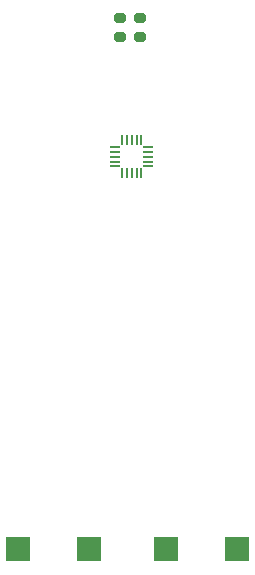
<source format=gbr>
%TF.GenerationSoftware,KiCad,Pcbnew,9.0.0*%
%TF.CreationDate,2025-04-04T14:44:08+08:00*%
%TF.ProjectId,modwheel,6d6f6477-6865-4656-9c2e-6b696361645f,rev?*%
%TF.SameCoordinates,Original*%
%TF.FileFunction,Paste,Top*%
%TF.FilePolarity,Positive*%
%FSLAX46Y46*%
G04 Gerber Fmt 4.6, Leading zero omitted, Abs format (unit mm)*
G04 Created by KiCad (PCBNEW 9.0.0) date 2025-04-04 14:44:08*
%MOMM*%
%LPD*%
G01*
G04 APERTURE LIST*
G04 Aperture macros list*
%AMRoundRect*
0 Rectangle with rounded corners*
0 $1 Rounding radius*
0 $2 $3 $4 $5 $6 $7 $8 $9 X,Y pos of 4 corners*
0 Add a 4 corners polygon primitive as box body*
4,1,4,$2,$3,$4,$5,$6,$7,$8,$9,$2,$3,0*
0 Add four circle primitives for the rounded corners*
1,1,$1+$1,$2,$3*
1,1,$1+$1,$4,$5*
1,1,$1+$1,$6,$7*
1,1,$1+$1,$8,$9*
0 Add four rect primitives between the rounded corners*
20,1,$1+$1,$2,$3,$4,$5,0*
20,1,$1+$1,$4,$5,$6,$7,0*
20,1,$1+$1,$6,$7,$8,$9,0*
20,1,$1+$1,$8,$9,$2,$3,0*%
%AMFreePoly0*
4,1,14,0.354215,0.088284,0.450784,-0.008285,0.462500,-0.036569,0.462500,-0.060000,0.450784,-0.088284,0.422500,-0.100000,-0.422500,-0.100000,-0.450784,-0.088284,-0.462500,-0.060000,-0.462500,0.060000,-0.450784,0.088284,-0.422500,0.100000,0.325931,0.100000,0.354215,0.088284,0.354215,0.088284,$1*%
%AMFreePoly1*
4,1,14,0.450784,0.088284,0.462500,0.060000,0.462500,0.036569,0.450784,0.008285,0.354215,-0.088284,0.325931,-0.100000,-0.422500,-0.100000,-0.450784,-0.088284,-0.462500,-0.060000,-0.462500,0.060000,-0.450784,0.088284,-0.422500,0.100000,0.422500,0.100000,0.450784,0.088284,0.450784,0.088284,$1*%
%AMFreePoly2*
4,1,14,0.088284,0.450784,0.100000,0.422500,0.100000,-0.422500,0.088284,-0.450784,0.060000,-0.462500,-0.060000,-0.462500,-0.088284,-0.450784,-0.100000,-0.422500,-0.100000,0.325931,-0.088284,0.354215,0.008285,0.450784,0.036569,0.462500,0.060000,0.462500,0.088284,0.450784,0.088284,0.450784,$1*%
%AMFreePoly3*
4,1,14,-0.008285,0.450784,0.088284,0.354215,0.100000,0.325931,0.100000,-0.422500,0.088284,-0.450784,0.060000,-0.462500,-0.060000,-0.462500,-0.088284,-0.450784,-0.100000,-0.422500,-0.100000,0.422500,-0.088284,0.450784,-0.060000,0.462500,-0.036569,0.462500,-0.008285,0.450784,-0.008285,0.450784,$1*%
%AMFreePoly4*
4,1,14,0.450784,0.088284,0.462500,0.060000,0.462500,-0.060000,0.450784,-0.088284,0.422500,-0.100000,-0.325931,-0.100000,-0.354215,-0.088284,-0.450784,0.008285,-0.462500,0.036569,-0.462500,0.060000,-0.450784,0.088284,-0.422500,0.100000,0.422500,0.100000,0.450784,0.088284,0.450784,0.088284,$1*%
%AMFreePoly5*
4,1,14,0.450784,0.088284,0.462500,0.060000,0.462500,-0.060000,0.450784,-0.088284,0.422500,-0.100000,-0.422500,-0.100000,-0.450784,-0.088284,-0.462500,-0.060000,-0.462500,-0.036569,-0.450784,-0.008285,-0.354215,0.088284,-0.325931,0.100000,0.422500,0.100000,0.450784,0.088284,0.450784,0.088284,$1*%
%AMFreePoly6*
4,1,14,0.088284,0.450784,0.100000,0.422500,0.100000,-0.325931,0.088284,-0.354215,-0.008285,-0.450784,-0.036569,-0.462500,-0.060000,-0.462500,-0.088284,-0.450784,-0.100000,-0.422500,-0.100000,0.422500,-0.088284,0.450784,-0.060000,0.462500,0.060000,0.462500,0.088284,0.450784,0.088284,0.450784,$1*%
%AMFreePoly7*
4,1,14,0.088284,0.450784,0.100000,0.422500,0.100000,-0.422500,0.088284,-0.450784,0.060000,-0.462500,0.036569,-0.462500,0.008285,-0.450784,-0.088284,-0.354215,-0.100000,-0.325931,-0.100000,0.422500,-0.088284,0.450784,-0.060000,0.462500,0.060000,0.462500,0.088284,0.450784,0.088284,0.450784,$1*%
G04 Aperture macros list end*
%ADD10RoundRect,0.200000X0.275000X-0.200000X0.275000X0.200000X-0.275000X0.200000X-0.275000X-0.200000X0*%
%ADD11FreePoly0,270.000000*%
%ADD12RoundRect,0.050000X-0.050000X0.412500X-0.050000X-0.412500X0.050000X-0.412500X0.050000X0.412500X0*%
%ADD13FreePoly1,270.000000*%
%ADD14FreePoly2,270.000000*%
%ADD15RoundRect,0.050000X-0.412500X0.050000X-0.412500X-0.050000X0.412500X-0.050000X0.412500X0.050000X0*%
%ADD16FreePoly3,270.000000*%
%ADD17FreePoly4,270.000000*%
%ADD18FreePoly5,270.000000*%
%ADD19FreePoly6,270.000000*%
%ADD20FreePoly7,270.000000*%
%ADD21R,2.100000X2.000000*%
G04 APERTURE END LIST*
D10*
%TO.C,R6*%
X98621750Y-86865000D03*
X98621750Y-88515000D03*
%TD*%
%TO.C,R5*%
X100341750Y-86865000D03*
X100341750Y-88515000D03*
%TD*%
D11*
%TO.C,U1*%
X100445000Y-97252500D03*
D12*
X100045000Y-97252500D03*
X99645000Y-97252500D03*
X99245000Y-97252500D03*
D13*
X98845000Y-97252500D03*
D14*
X98257500Y-97840000D03*
D15*
X98257500Y-98240000D03*
X98257500Y-98640000D03*
X98257500Y-99040000D03*
D16*
X98257500Y-99440000D03*
D17*
X98845000Y-100027500D03*
D12*
X99245000Y-100027500D03*
X99645000Y-100027500D03*
X100045000Y-100027500D03*
D18*
X100445000Y-100027500D03*
D19*
X101032500Y-99440000D03*
D15*
X101032500Y-99040000D03*
X101032500Y-98640000D03*
X101032500Y-98240000D03*
D20*
X101032500Y-97840000D03*
%TD*%
D21*
%TO.C,SW1*%
X102550000Y-131877000D03*
X108550000Y-131877000D03*
%TD*%
%TO.C,SW2*%
X90050000Y-131881000D03*
X96050000Y-131881000D03*
%TD*%
M02*

</source>
